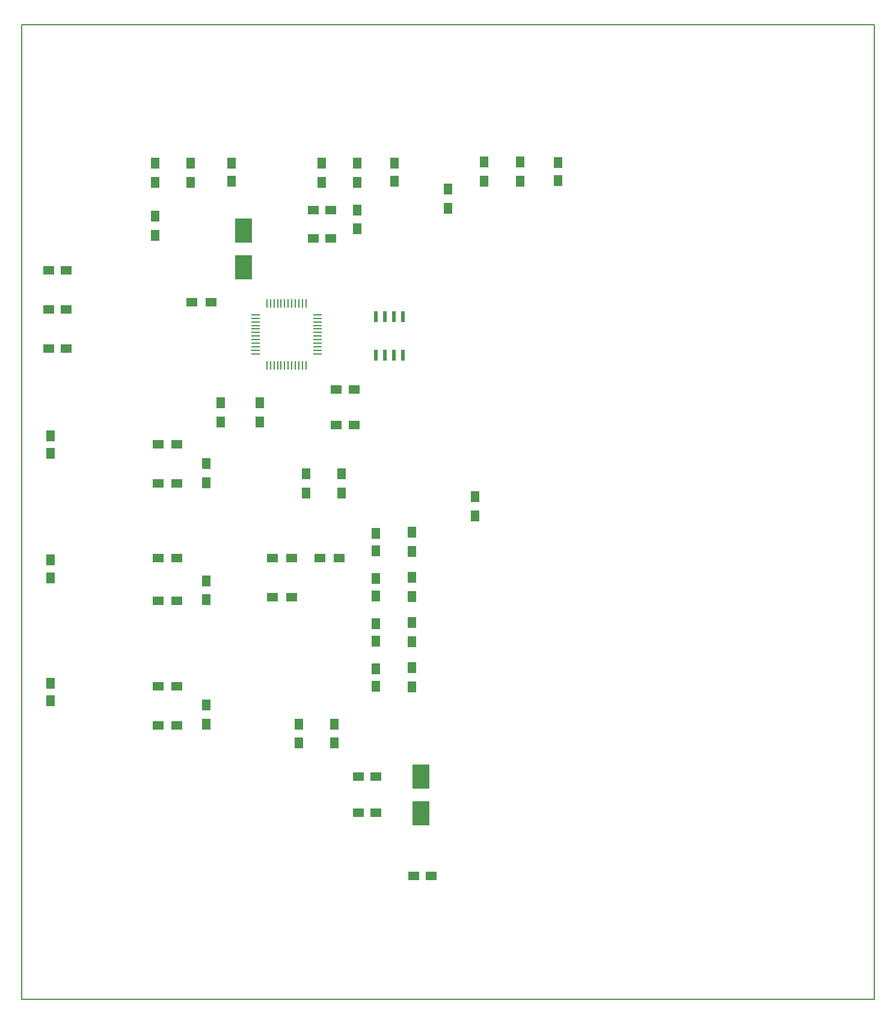
<source format=gbr>
%TF.GenerationSoftware,KiCad,Pcbnew,(5.0.1-3-g963ef8bb5)*%
%TF.CreationDate,2019-03-05T20:33:43+01:00*%
%TF.ProjectId,KaJUSBhub,4B614A5553426875622E6B696361645F,0.1*%
%TF.SameCoordinates,Original*%
%TF.FileFunction,Paste,Top*%
%TF.FilePolarity,Positive*%
%FSLAX46Y46*%
G04 Gerber Fmt 4.6, Leading zero omitted, Abs format (unit mm)*
G04 Created by KiCad (PCBNEW (5.0.1-3-g963ef8bb5)) date Dienstag, 05. März 2019 um 20:33:43*
%MOMM*%
%LPD*%
G01*
G04 APERTURE LIST*
%ADD10C,0.150000*%
%ADD11R,1.300000X0.250000*%
%ADD12R,0.250000X1.300000*%
%ADD13R,1.250000X1.500000*%
%ADD14R,1.500000X1.250000*%
%ADD15R,1.300000X1.500000*%
%ADD16R,1.500000X1.300000*%
%ADD17R,0.600000X1.550000*%
%ADD18R,2.400000X3.500000*%
G04 APERTURE END LIST*
D10*
X100000000Y-157000000D02*
X100000000Y-20000000D01*
X220000000Y-157000000D02*
X100000000Y-157000000D01*
X100000000Y-20000000D02*
X220000000Y-20000000D01*
X220000000Y-20000000D02*
X220000000Y-157000000D01*
D11*
%TO.C,U3*%
X141600000Y-66250000D03*
X141600000Y-65750000D03*
X141600000Y-65250000D03*
X141600000Y-64750000D03*
X141600000Y-64250000D03*
X141600000Y-63750000D03*
X141600000Y-63250000D03*
X141600000Y-62750000D03*
X141600000Y-62250000D03*
X141600000Y-61750000D03*
X141600000Y-61250000D03*
X141600000Y-60750000D03*
D12*
X140000000Y-59150000D03*
X139500000Y-59150000D03*
X139000000Y-59150000D03*
X138500000Y-59150000D03*
X138000000Y-59150000D03*
X137500000Y-59150000D03*
X137000000Y-59150000D03*
X136500000Y-59150000D03*
X136000000Y-59150000D03*
X135500000Y-59150000D03*
X135000000Y-59150000D03*
X134500000Y-59150000D03*
D11*
X132900000Y-60750000D03*
X132900000Y-61250000D03*
X132900000Y-61750000D03*
X132900000Y-62250000D03*
X132900000Y-62750000D03*
X132900000Y-63250000D03*
X132900000Y-63750000D03*
X132900000Y-64250000D03*
X132900000Y-64750000D03*
X132900000Y-65250000D03*
X132900000Y-65750000D03*
X132900000Y-66250000D03*
D12*
X134500000Y-67850000D03*
X135000000Y-67850000D03*
X135500000Y-67850000D03*
X136000000Y-67850000D03*
X136500000Y-67850000D03*
X137000000Y-67850000D03*
X137500000Y-67850000D03*
X138000000Y-67850000D03*
X138500000Y-67850000D03*
X139000000Y-67850000D03*
X139500000Y-67850000D03*
X140000000Y-67850000D03*
%TD*%
D13*
%TO.C,C1*%
X149860000Y-93960000D03*
X149860000Y-91460000D03*
%TD*%
%TO.C,C2*%
X149860000Y-100310000D03*
X149860000Y-97810000D03*
%TD*%
D14*
%TO.C,C3*%
X149840000Y-130810000D03*
X147340000Y-130810000D03*
%TD*%
%TO.C,C4*%
X149840000Y-125730000D03*
X147340000Y-125730000D03*
%TD*%
D13*
%TO.C,C5*%
X149860000Y-106660000D03*
X149860000Y-104160000D03*
%TD*%
%TO.C,C6*%
X149860000Y-113010000D03*
X149860000Y-110510000D03*
%TD*%
D14*
%TO.C,C9*%
X155150000Y-139700000D03*
X157650000Y-139700000D03*
%TD*%
%TO.C,C10*%
X103750000Y-54500000D03*
X106250000Y-54500000D03*
%TD*%
%TO.C,C11*%
X103750000Y-60000000D03*
X106250000Y-60000000D03*
%TD*%
%TO.C,C12*%
X103750000Y-65500000D03*
X106250000Y-65500000D03*
%TD*%
%TO.C,C13*%
X143500000Y-46000000D03*
X141000000Y-46000000D03*
%TD*%
%TO.C,C14*%
X143500000Y-50000000D03*
X141000000Y-50000000D03*
%TD*%
%TO.C,C15*%
X146750000Y-76250000D03*
X144250000Y-76250000D03*
%TD*%
%TO.C,C16*%
X146750000Y-71250000D03*
X144250000Y-71250000D03*
%TD*%
D13*
%TO.C,C17*%
X129500000Y-39450000D03*
X129500000Y-41950000D03*
%TD*%
%TO.C,C18*%
X152500000Y-39450000D03*
X152500000Y-41950000D03*
%TD*%
%TO.C,C19*%
X175500000Y-39350000D03*
X175500000Y-41850000D03*
%TD*%
%TO.C,C21*%
X104000000Y-77750000D03*
X104000000Y-80250000D03*
%TD*%
%TO.C,C22*%
X104000000Y-95250000D03*
X104000000Y-97750000D03*
%TD*%
D15*
%TO.C,LED1*%
X118750000Y-42100000D03*
X118750000Y-39400000D03*
%TD*%
%TO.C,LED2*%
X123750000Y-39400000D03*
X123750000Y-42100000D03*
%TD*%
%TO.C,LED3*%
X142250000Y-42100000D03*
X142250000Y-39400000D03*
%TD*%
%TO.C,LED4*%
X147250000Y-39400000D03*
X147250000Y-42100000D03*
%TD*%
%TO.C,LED5*%
X165100000Y-41990000D03*
X165100000Y-39290000D03*
%TD*%
%TO.C,LED6*%
X170180000Y-39290000D03*
X170180000Y-41990000D03*
%TD*%
D16*
%TO.C,LED7*%
X138000000Y-95000000D03*
X135300000Y-95000000D03*
%TD*%
%TO.C,LED8*%
X135300000Y-100500000D03*
X138000000Y-100500000D03*
%TD*%
%TO.C,LED9*%
X121850000Y-79000000D03*
X119150000Y-79000000D03*
%TD*%
%TO.C,LED10*%
X119150000Y-84500000D03*
X121850000Y-84500000D03*
%TD*%
%TO.C,LED11*%
X121850000Y-95000000D03*
X119150000Y-95000000D03*
%TD*%
%TO.C,LED12*%
X119150000Y-101000000D03*
X121850000Y-101000000D03*
%TD*%
%TO.C,LED13*%
X121850000Y-113000000D03*
X119150000Y-113000000D03*
%TD*%
%TO.C,LED14*%
X119150000Y-118500000D03*
X121850000Y-118500000D03*
%TD*%
D15*
%TO.C,LED15*%
X145000000Y-83150000D03*
X145000000Y-85850000D03*
%TD*%
%TO.C,R1*%
X154940000Y-91360000D03*
X154940000Y-94060000D03*
%TD*%
%TO.C,R2*%
X154940000Y-97710000D03*
X154940000Y-100410000D03*
%TD*%
%TO.C,R3*%
X154940000Y-104060000D03*
X154940000Y-106760000D03*
%TD*%
%TO.C,R4*%
X154940000Y-110410000D03*
X154940000Y-113110000D03*
%TD*%
%TO.C,R5*%
X163830000Y-86360000D03*
X163830000Y-89060000D03*
%TD*%
%TO.C,R6*%
X144000000Y-118300000D03*
X144000000Y-121000000D03*
%TD*%
%TO.C,R7*%
X139000000Y-118300000D03*
X139000000Y-121000000D03*
%TD*%
%TO.C,R9*%
X140000000Y-85850000D03*
X140000000Y-83150000D03*
%TD*%
%TO.C,R10*%
X118750000Y-49600000D03*
X118750000Y-46900000D03*
%TD*%
%TO.C,R11*%
X147200000Y-48700000D03*
X147200000Y-46000000D03*
%TD*%
%TO.C,R12*%
X160020000Y-45800000D03*
X160020000Y-43100000D03*
%TD*%
D16*
%TO.C,R13*%
X142000000Y-95000000D03*
X144700000Y-95000000D03*
%TD*%
D15*
%TO.C,R14*%
X126000000Y-81650000D03*
X126000000Y-84350000D03*
%TD*%
%TO.C,R15*%
X126000000Y-98150000D03*
X126000000Y-100850000D03*
%TD*%
%TO.C,R16*%
X126000000Y-115650000D03*
X126000000Y-118350000D03*
%TD*%
%TO.C,R17*%
X133500000Y-73150000D03*
X133500000Y-75850000D03*
%TD*%
%TO.C,R18*%
X128000000Y-75850000D03*
X128000000Y-73150000D03*
%TD*%
D16*
%TO.C,R19*%
X126600000Y-59000000D03*
X123900000Y-59000000D03*
%TD*%
D17*
%TO.C,U2*%
X149845000Y-66450000D03*
X151115000Y-66450000D03*
X152385000Y-66450000D03*
X153655000Y-66450000D03*
X153655000Y-61050000D03*
X152385000Y-61050000D03*
X151115000Y-61050000D03*
X149845000Y-61050000D03*
%TD*%
D18*
%TO.C,X1*%
X156210000Y-130870000D03*
X156210000Y-125670000D03*
%TD*%
%TO.C,X2*%
X131250000Y-48900000D03*
X131250000Y-54100000D03*
%TD*%
D13*
%TO.C,C20*%
X104000000Y-115050000D03*
X104000000Y-112550000D03*
%TD*%
M02*

</source>
